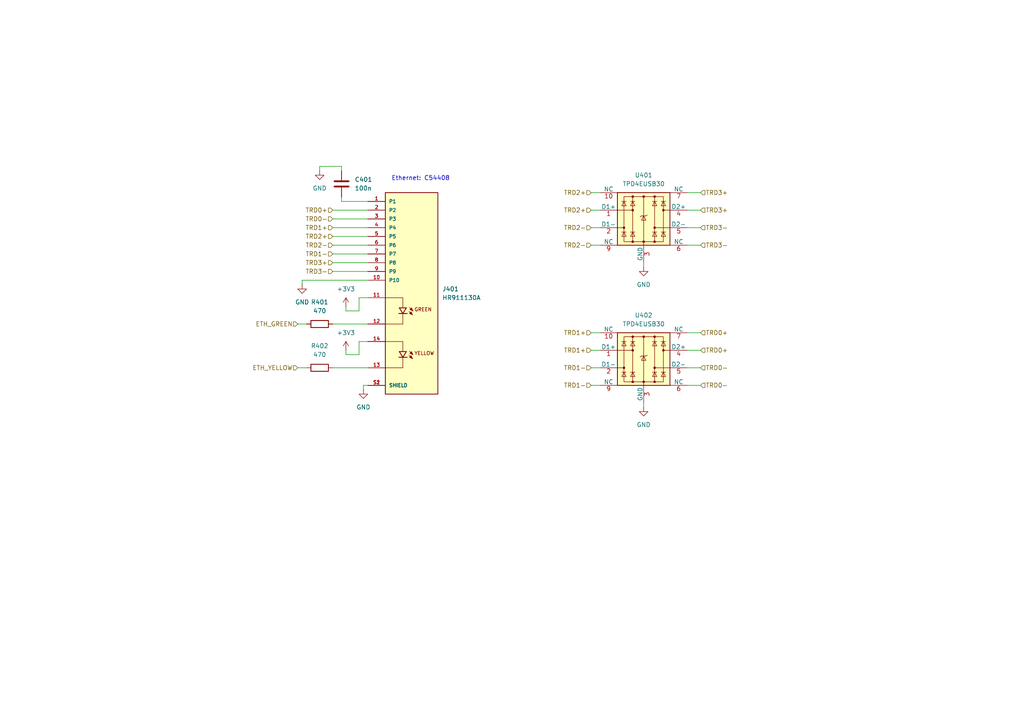
<source format=kicad_sch>
(kicad_sch (version 20231120) (generator "eeschema") (generator_version "8.0")
  (paper "A4")
  (title_block (title "Ethernet Port for CM4") (rev "<<HASH>>") (company "Amateurfunkclub für Remote Stationen"))
  (lib_symbols
    (symbol "Device:C" (pin_numbers hide) (pin_names (offset 0.254))
      (property "Reference" "C" (at 0.635 2.54 0))
      (property "Value" "C" (at 0.635 -2.54 0))
      (symbol "C_0_1"
        (polyline (pts (xy -2.032 -0.762) (xy 2.032 -0.762)) (stroke (width 0.508)))
        (polyline (pts (xy -2.032 0.762) (xy 2.032 0.762)) (stroke (width 0.508)))
      )
      (symbol "C_1_1"
        (pin passive line (at 0 3.81 270) (length 2.794) (name "~") (number "1"))
        (pin passive line (at 0 -3.81 90) (length 2.794) (name "~") (number "2"))
      )
    )
    (symbol "Device:R" (pin_numbers hide) (pin_names (offset 0))
      (property "Reference" "R" (at 2.032 0 90))
      (property "Value" "R" (at 0 0 90))
      (symbol "R_0_1"
        (rectangle (start -1.016 -2.54) (end 1.016 2.54) (stroke (width 0.254)))
      )
      (symbol "R_1_1"
        (pin passive line (at 0 3.81 270) (length 1.27) (name "~") (number "1"))
        (pin passive line (at 0 -3.81 90) (length 1.27) (name "~") (number "2"))
      )
    )
    (symbol "HR911130A:HR911130A" (pin_names (offset 1.016))
      (property "Reference" "J" (at -7.62 29.21 0))
      (property "Value" "HR911130A" (at -7.62 -31.75 0))
      (symbol "HR911130A_0_0"
        (rectangle (start -7.62 -30.48) (end 7.62 27.94) (stroke (width 0.254)) (fill (type background)))
        (polyline (pts (xy -7.62 -15.24) (xy -2.54 -15.24)) (stroke (width 0.1524)))
        (polyline (pts (xy -7.62 -2.54) (xy -2.54 -2.54)) (stroke (width 0.1524)))
        (polyline (pts (xy -3.683 -19.812) (xy -2.54 -19.812)) (stroke (width 0.254)))
        (polyline (pts (xy -3.683 -7.112) (xy -2.54 -7.112)) (stroke (width 0.254)))
        (polyline (pts (xy -3.556 -18.161) (xy -2.54 -19.812)) (stroke (width 0.254)))
        (polyline (pts (xy -3.556 -18.161) (xy -1.524 -18.161)) (stroke (width 0.254)))
        (polyline (pts (xy -3.556 -5.461) (xy -2.54 -7.112)) (stroke (width 0.254)))
        (polyline (pts (xy -3.556 -5.461) (xy -1.524 -5.461)) (stroke (width 0.254)))
        (polyline (pts (xy -2.54 -22.86) (xy -7.62 -22.86)) (stroke (width 0.1524)))
        (polyline (pts (xy -2.54 -19.939) (xy -2.54 -22.86)) (stroke (width 0.1524)))
        (polyline (pts (xy -2.54 -19.812) (xy -1.524 -18.161)) (stroke (width 0.254)))
        (polyline (pts (xy -2.54 -19.812) (xy -1.27 -19.812)) (stroke (width 0.254)))
        (polyline (pts (xy -2.54 -15.24) (xy -2.54 -18.034)) (stroke (width 0.1524)))
        (polyline (pts (xy -2.54 -10.16) (xy -7.62 -10.16)) (stroke (width 0.1524)))
        (polyline (pts (xy -2.54 -7.239) (xy -2.54 -10.16)) (stroke (width 0.1524)))
        (polyline (pts (xy -2.54 -7.112) (xy -1.524 -5.461)) (stroke (width 0.254)))
        (polyline (pts (xy -2.54 -7.112) (xy -1.27 -7.112)) (stroke (width 0.254)))
        (polyline (pts (xy -2.54 -2.54) (xy -2.54 -5.334)) (stroke (width 0.1524)))
        (polyline (pts (xy -0.762 -19.177) (xy 0.254 -20.193)) (stroke (width 0.1524)))
        (polyline (pts (xy -0.762 -6.477) (xy 0.254 -7.493)) (stroke (width 0.1524)))
        (polyline (pts (xy -0.635 -18.034) (xy 0.381 -19.05)) (stroke (width 0.1524)))
        (polyline (pts (xy -0.635 -5.334) (xy 0.381 -6.35)) (stroke (width 0.1524)))
        (polyline (pts (xy 0.254 -20.193) (xy -0.127 -19.304) (xy -0.635 -19.812) (xy 0.254 -20.193)) (stroke (width 0.1524)) (fill (type outline)))
        (polyline (pts (xy 0.254 -7.493) (xy -0.127 -6.604) (xy -0.635 -7.112) (xy 0.254 -7.493)) (stroke (width 0.1524)) (fill (type outline)))
        (polyline (pts (xy 0.381 -19.05) (xy 0 -18.161) (xy -0.508 -18.669) (xy 0.381 -19.05)) (stroke (width 0.1524)) (fill (type outline)))
        (polyline (pts (xy 0.381 -6.35) (xy 0 -5.461) (xy -0.508 -5.969) (xy 0.381 -6.35)) (stroke (width 0.1524)) (fill (type outline)))
        (text "GREEN" (at 0.762 -5.334 0) (effects (font (size 1.016 1.016)) (justify left top)))
        (text "YELLOW" (at 0.762 -18.034 0) (effects (font (size 1.016 1.016)) (justify left top)))
        (pin passive line (at -12.7 25.4 0) (length 5.08) (name "P1") (number "1"))
        (pin passive line (at -12.7 2.54 0) (length 5.08) (name "P10") (number "10"))
        (pin passive line (at -12.7 -2.54 0) (length 5.08) (name "~") (number "11"))
        (pin passive line (at -12.7 -10.16 0) (length 5.08) (name "~") (number "12"))
        (pin passive line (at -12.7 -22.86 0) (length 5.08) (name "~") (number "13"))
        (pin passive line (at -12.7 -15.24 0) (length 5.08) (name "~") (number "14"))
        (pin passive line (at -12.7 22.86 0) (length 5.08) (name "P2") (number "2"))
        (pin passive line (at -12.7 20.32 0) (length 5.08) (name "P3") (number "3"))
        (pin passive line (at -12.7 17.78 0) (length 5.08) (name "P4") (number "4"))
        (pin passive line (at -12.7 15.24 0) (length 5.08) (name "P5") (number "5"))
        (pin passive line (at -12.7 12.7 0) (length 5.08) (name "P6") (number "6"))
        (pin passive line (at -12.7 10.16 0) (length 5.08) (name "P7") (number "7"))
        (pin passive line (at -12.7 7.62 0) (length 5.08) (name "P8") (number "8"))
        (pin passive line (at -12.7 5.08 0) (length 5.08) (name "P9") (number "9"))
        (pin passive line (at -12.7 -27.94 0) (length 5.08) (name "SHIELD") (number "S1"))
        (pin passive line (at -12.7 -27.94 0) (length 5.08) (name "SHIELD") (number "S2"))
      )
    )
    (symbol "Power_Protection:TPD4EUSB30" (pin_names (offset 0))
      (property "Reference" "U" (at -0.635 8.89 0))
      (property "Value" "TPD4EUSB30" (at 8.89 -10.16 0))
      (symbol "TPD4EUSB30_0_0"
        (rectangle (start -5.715 6.477) (end 5.715 -6.604))
        (polyline (pts (xy -3.175 -6.604) (xy -3.175 6.477)))
        (polyline (pts (xy 0 6.477) (xy 0 -6.604)))
        (polyline (pts (xy 3.175 6.477) (xy 3.175 -6.604)))
      )
      (symbol "TPD4EUSB30_0_1"
        (rectangle (start -7.62 7.62) (end 7.62 -7.62) (stroke (width 0.254)) (fill (type background)))
        (circle (center -5.715 -2.54) (radius 0.2794) (fill (type outline)))
        (circle (center -3.175 -6.604) (radius 0.2794) (fill (type outline)))
        (circle (center -3.175 2.54) (radius 0.2794) (fill (type outline)))
        (circle (center -3.175 6.477) (radius 0.2794) (fill (type outline)))
        (circle (center 0 -6.604) (radius 0.2794) (fill (type outline)))
        (polyline (pts (xy -7.747 2.54) (xy -3.175 2.54)))
        (polyline (pts (xy -7.62 -2.54) (xy -5.715 -2.54)))
        (polyline (pts (xy -5.08 -3.81) (xy -6.35 -3.81)))
        (polyline (pts (xy -5.08 5.08) (xy -6.35 5.08)))
        (polyline (pts (xy -2.54 -3.81) (xy -3.81 -3.81)))
        (polyline (pts (xy -2.54 5.08) (xy -3.81 5.08)))
        (polyline (pts (xy -0.635 0.889) (xy -1.016 0.635)))
        (polyline (pts (xy 0 -6.604) (xy 0 -7.62)))
        (polyline (pts (xy 0.635 0.889) (xy -0.635 0.889)))
        (polyline (pts (xy 0.635 0.889) (xy 1.016 1.143)))
        (polyline (pts (xy 3.81 -3.81) (xy 2.54 -3.81)))
        (polyline (pts (xy 3.81 5.08) (xy 2.54 5.08)))
        (polyline (pts (xy 6.35 -3.81) (xy 5.08 -3.81)))
        (polyline (pts (xy 6.35 5.08) (xy 5.08 5.08)))
        (polyline (pts (xy 7.62 -2.54) (xy 3.175 -2.54)))
        (polyline (pts (xy 7.62 2.54) (xy 5.715 2.54)))
        (polyline (pts (xy -5.08 -5.08) (xy -6.35 -5.08) (xy -5.715 -3.81) (xy -5.08 -5.08)))
        (polyline (pts (xy -5.08 3.81) (xy -6.35 3.81) (xy -5.715 5.08) (xy -5.08 3.81)))
        (polyline (pts (xy -2.54 -5.08) (xy -3.81 -5.08) (xy -3.175 -3.81) (xy -2.54 -5.08)))
        (polyline (pts (xy -2.54 3.81) (xy -3.81 3.81) (xy -3.175 5.08) (xy -2.54 3.81)))
        (polyline (pts (xy 0.635 -0.381) (xy -0.635 -0.381) (xy 0 0.889) (xy 0.635 -0.381)))
        (polyline (pts (xy 3.81 -5.08) (xy 2.54 -5.08) (xy 3.175 -3.81) (xy 3.81 -5.08)))
        (polyline (pts (xy 3.81 3.81) (xy 2.54 3.81) (xy 3.175 5.08) (xy 3.81 3.81)))
        (polyline (pts (xy 6.35 -5.08) (xy 5.08 -5.08) (xy 5.715 -3.81) (xy 6.35 -5.08)))
        (polyline (pts (xy 6.35 3.81) (xy 5.08 3.81) (xy 5.715 5.08) (xy 6.35 3.81)))
        (circle (center 0 6.477) (radius 0.2794) (fill (type outline)))
        (circle (center 3.175 -6.604) (radius 0.2794) (fill (type outline)))
        (circle (center 3.175 -2.54) (radius 0.2794) (fill (type outline)))
        (circle (center 3.175 6.477) (radius 0.2794) (fill (type outline)))
        (circle (center 5.715 2.54) (radius 0.2794) (fill (type outline)))
      )
      (symbol "TPD4EUSB30_1_1"
        (pin passive line (at -12.7 2.54 0) (length 5.08) (name "D1+") (number "1"))
        (pin free line (at -12.7 7.62 0) (length 5.08) (name "NC") (number "10"))
        (pin passive line (at -12.7 -2.54 0) (length 5.08) (name "D1-") (number "2"))
        (pin power_in line (at 0 -12.7 90) (length 5.08) (name "GND") (number "3"))
        (pin passive line (at 12.7 2.54 180) (length 5.08) (name "D2+") (number "4"))
        (pin passive line (at 12.7 -2.54 180) (length 5.08) (name "D2-") (number "5"))
        (pin free line (at 12.7 -7.62 180) (length 5.08) (name "NC") (number "6"))
        (pin free line (at 12.7 7.62 180) (length 5.08) (name "NC") (number "7"))
        (pin passive line (at 0 -12.7 90) (length 5.08) hide (name "GND") (number "8"))
        (pin free line (at -12.7 -7.62 0) (length 5.08) (name "NC") (number "9"))
      )
    )
    (symbol "power:+3V3" (power) (pin_numbers hide) (pin_names (offset 0) hide)
      (property "Value" "+3V3" (at 0 3.556 0))
      (symbol "+3V3_0_1"
        (polyline (pts (xy -0.762 1.27) (xy 0 2.54)))
        (polyline (pts (xy 0 0) (xy 0 2.54)))
        (polyline (pts (xy 0 2.54) (xy 0.762 1.27)))
      )
      (symbol "+3V3_1_1"
        (pin power_in line (at 0 0 90) (length 0) (name "~") (number "1"))
      )
    )
    (symbol "power:GND" (power) (pin_numbers hide) (pin_names (offset 0) hide)
      (property "Value" "GND" (at 0 -3.81 0))
      (symbol "GND_0_1"
        (polyline (pts (xy 0 0) (xy 0 -1.27) (xy 1.27 -1.27) (xy 0 -2.54) (xy -1.27 -1.27) (xy 0 -1.27)))
      )
      (symbol "GND_1_1"
        (pin power_in line (at 0 0 270) (length 0) (name "~") (number "1"))
      )
    )
  )
  (wire (pts (xy 87.63 81.28) (xy 87.63 82.55)))
  (wire (pts (xy 171.45 71.12) (xy 173.99 71.12)))
  (wire (pts (xy 199.39 71.12) (xy 203.2 71.12)))
  (wire (pts (xy 100.33 88.9) (xy 100.33 90.17)))
  (wire (pts (xy 199.39 111.76) (xy 203.2 111.76)))
  (wire (pts (xy 106.68 86.36) (xy 104.14 86.36)))
  (wire (pts (xy 186.69 76.2) (xy 186.69 77.47)))
  (wire (pts (xy 104.14 86.36) (xy 104.14 90.17)))
  (wire (pts (xy 96.52 76.2) (xy 106.68 76.2)))
  (wire (pts (xy 106.68 81.28) (xy 87.63 81.28)))
  (wire (pts (xy 171.45 111.76) (xy 173.99 111.76)))
  (wire (pts (xy 96.52 60.96) (xy 106.68 60.96)))
  (wire (pts (xy 99.06 58.42) (xy 99.06 57.15)))
  (wire (pts (xy 99.06 48.26) (xy 92.71 48.26)))
  (wire (pts (xy 96.52 106.68) (xy 106.68 106.68)))
  (wire (pts (xy 171.45 106.68) (xy 173.99 106.68)))
  (wire (pts (xy 96.52 71.12) (xy 106.68 71.12)))
  (wire (pts (xy 104.14 99.06) (xy 104.14 102.87)))
  (wire (pts (xy 105.41 111.76) (xy 105.41 113.03)))
  (wire (pts (xy 171.45 66.04) (xy 173.99 66.04)))
  (wire (pts (xy 186.69 116.84) (xy 186.69 118.11)))
  (wire (pts (xy 100.33 101.6) (xy 100.33 102.87)))
  (wire (pts (xy 96.52 73.66) (xy 106.68 73.66)))
  (wire (pts (xy 106.68 58.42) (xy 99.06 58.42)))
  (wire (pts (xy 171.45 60.96) (xy 173.99 60.96)))
  (wire (pts (xy 92.71 48.26) (xy 92.71 49.53)))
  (wire (pts (xy 199.39 96.52) (xy 203.2 96.52)))
  (wire (pts (xy 106.68 99.06) (xy 104.14 99.06)))
  (wire (pts (xy 104.14 90.17) (xy 100.33 90.17)))
  (wire (pts (xy 171.45 96.52) (xy 173.99 96.52)))
  (wire (pts (xy 106.68 111.76) (xy 105.41 111.76)))
  (wire (pts (xy 96.52 68.58) (xy 106.68 68.58)))
  (wire (pts (xy 96.52 93.98) (xy 106.68 93.98)))
  (wire (pts (xy 86.36 106.68) (xy 88.9 106.68)))
  (wire (pts (xy 99.06 49.53) (xy 99.06 48.26)))
  (wire (pts (xy 96.52 78.74) (xy 106.68 78.74)))
  (wire (pts (xy 104.14 102.87) (xy 100.33 102.87)))
  (wire (pts (xy 199.39 106.68) (xy 203.2 106.68)))
  (wire (pts (xy 199.39 55.88) (xy 203.2 55.88)))
  (wire (pts (xy 171.45 55.88) (xy 173.99 55.88)))
  (wire (pts (xy 171.45 101.6) (xy 173.99 101.6)))
  (wire (pts (xy 199.39 66.04) (xy 203.2 66.04)))
  (wire (pts (xy 96.52 66.04) (xy 106.68 66.04)))
  (wire (pts (xy 199.39 60.96) (xy 203.2 60.96)))
  (wire (pts (xy 96.52 63.5) (xy 106.68 63.5)))
  (wire (pts (xy 86.36 93.98) (xy 88.9 93.98)))
  (wire (pts (xy 199.39 101.6) (xy 203.2 101.6)))
  (text "Ethernet: C54408" (at 113.538 51.816 0) (effects (font (size 1.27 1.27)) (justify left)))
  (hierarchical_label "TRD3+" (shape input) (at 96.52 76.2 180))
  (hierarchical_label "TRD0+" (shape input) (at 203.2 101.6 0))
  (hierarchical_label "TRD3+" (shape input) (at 203.2 55.88 0))
  (hierarchical_label "TRD0+" (shape input) (at 203.2 96.52 0))
  (hierarchical_label "TRD0-" (shape input) (at 203.2 111.76 0))
  (hierarchical_label "TRD2-" (shape input) (at 171.45 66.04 180))
  (hierarchical_label "TRD1+" (shape input) (at 171.45 101.6 180))
  (hierarchical_label "TRD1+" (shape input) (at 171.45 96.52 180))
  (hierarchical_label "TRD2+" (shape input) (at 171.45 60.96 180))
  (hierarchical_label "TRD0+" (shape input) (at 96.52 60.96 180))
  (hierarchical_label "TRD1+" (shape input) (at 96.52 66.04 180))
  (hierarchical_label "TRD2-" (shape input) (at 171.45 71.12 180))
  (hierarchical_label "TRD1-" (shape input) (at 171.45 111.76 180))
  (hierarchical_label "TRD1-" (shape input) (at 171.45 106.68 180))
  (hierarchical_label "TRD1-" (shape input) (at 96.52 73.66 180))
  (hierarchical_label "TRD0-" (shape input) (at 96.52 63.5 180))
  (hierarchical_label "TRD2+" (shape input) (at 171.45 55.88 180))
  (hierarchical_label "TRD3-" (shape input) (at 96.52 78.74 180))
  (hierarchical_label "TRD2-" (shape input) (at 96.52 71.12 180))
  (hierarchical_label "TRD0-" (shape input) (at 203.2 106.68 0))
  (hierarchical_label "TRD2+" (shape input) (at 96.52 68.58 180))
  (hierarchical_label "TRD3-" (shape input) (at 203.2 66.04 0))
  (hierarchical_label "ETH_GREEN" (shape input) (at 86.36 93.98 180))
  (hierarchical_label "TRD3-" (shape input) (at 203.2 71.12 0))
  (hierarchical_label "TRD3+" (shape input) (at 203.2 60.96 0))
  (hierarchical_label "ETH_YELLOW" (shape input) (at 86.36 106.68 180))
  (symbol (lib_id "power:+3V3") (at 100.33 101.6 0) (unit 1)
    (property "Reference" "#PWR0404" (effects (hide yes)))
    (property "Value" "+3V3" (at 100.33 96.52 0))
    (property "Description" "Power symbol creates a global label with name \"+3V3\"" (effects (hide yes)))
  )
  (symbol (lib_id "Power_Protection:TPD4EUSB30") (at 186.69 104.14 0) (unit 1)
    (property "Reference" "U402" (at 186.69 91.44 0))
    (property "Value" "TPD4EUSB30" (at 186.69 93.98 0))
    (property "Footprint" "Package_SON:USON-10_2.5x1.0mm_P0.5mm" (effects (hide yes)))
    (property "Datasheet" "http://www.ti.com/lit/ds/symlink/tpd2eusb30a.pdf" (effects (hide yes)))
    (property "Description" "4-Channel ESD Protection for Super-Speed USB 3.0 Interface, USON-10" (effects (hide yes)))
  )
  (symbol (lib_id "Power_Protection:TPD4EUSB30") (at 186.69 63.5 0) (unit 1)
    (property "Reference" "U401" (at 186.69 50.8 0))
    (property "Value" "TPD4EUSB30" (at 186.69 53.34 0))
    (property "Footprint" "Package_SON:USON-10_2.5x1.0mm_P0.5mm" (effects (hide yes)))
    (property "Datasheet" "http://www.ti.com/lit/ds/symlink/tpd2eusb30a.pdf" (effects (hide yes)))
    (property "Description" "4-Channel ESD Protection for Super-Speed USB 3.0 Interface, USON-10" (effects (hide yes)))
  )
  (symbol (lib_id "Device:C") (at 99.06 53.34 0) (unit 1)
    (property "Reference" "C401" (at 102.87 52.0699 0) (effects (justify left)))
    (property "Value" "100n" (at 102.87 54.6099 0) (effects (justify left)))
    (property "Description" "Unpolarized capacitor" (effects (hide yes)))
  )
  (symbol (lib_id "power:GND") (at 105.41 113.03 0) (unit 1)
    (property "Reference" "#PWR0405" (effects (hide yes)))
    (property "Value" "GND" (at 105.41 118.11 0))
    (property "Description" "Power symbol creates a global label with name \"GND\" , ground" (effects (hide yes)))
  )
  (symbol (lib_id "Device:R") (at 92.71 106.68 270) (unit 1)
    (property "Reference" "R402" (at 92.71 100.33 90))
    (property "Value" "470" (at 92.71 102.87 90))
    (property "Description" "Resistor" (effects (hide yes)))
  )
  (symbol (lib_id "HR911130A:HR911130A") (at 119.38 83.82 0) (unit 1)
    (property "Reference" "J401" (at 128.27 83.8199 0) (effects (justify left)))
    (property "Value" "HR911130A" (at 128.27 86.3599 0) (effects (justify left)))
    (property "Footprint" "Connector_RJ:RJ45_Pulse_JK0654219NL_Horizontal" (effects (hide yes)))
    (property "MF" "hanrun" (effects (hide yes)))
    (property "MAXIMUM_PACKAGE_HEIGHT" "13.75 mm" (effects (hide yes)))
    (property "Package" "None" (effects (hide yes)))
    (property "Price" "None" (effects (hide yes)))
    (property "Check_prices" "https://www.snapeda.com/parts/HR911130A/HanRun/view-part/?ref=eda" (effects (hide yes)))
    (property "STANDARD" "Manufacturer Recommendations" (effects (hide yes)))
    (property "PARTREV" "A" (effects (hide yes)))
    (property "SnapEDA_Link" "https://www.snapeda.com/parts/HR911130A/HanRun/view-part/?ref=snap" (effects (hide yes)))
    (property "MP" "HR911130A" (effects (hide yes)))
    (property "Availability" "In Stock" (effects (hide yes)))
    (property "MANUFACTURER" "HanRun" (effects (hide yes)))
  )
  (symbol (lib_id "Device:R") (at 92.71 93.98 90) (unit 1)
    (property "Reference" "R401" (at 92.71 87.63 90))
    (property "Value" "470" (at 92.71 90.17 90))
    (property "Description" "Resistor" (effects (hide yes)))
  )
  (symbol (lib_id "power:GND") (at 186.69 77.47 0) (unit 1)
    (property "Reference" "#PWR0406" (effects (hide yes)))
    (property "Value" "GND" (at 186.69 82.55 0))
    (property "Description" "Power symbol creates a global label with name \"GND\" , ground" (effects (hide yes)))
  )
  (symbol (lib_id "power:GND") (at 92.71 49.53 0) (unit 1)
    (property "Reference" "#PWR0402" (effects (hide yes)))
    (property "Value" "GND" (at 92.71 54.61 0))
    (property "Description" "Power symbol creates a global label with name \"GND\" , ground" (effects (hide yes)))
  )
  (symbol (lib_id "power:+3V3") (at 100.33 88.9 0) (unit 1)
    (property "Reference" "#PWR0403" (effects (hide yes)))
    (property "Value" "+3V3" (at 100.33 83.82 0))
    (property "Description" "Power symbol creates a global label with name \"+3V3\"" (effects (hide yes)))
  )
  (symbol (lib_id "power:GND") (at 87.63 82.55 0) (unit 1)
    (property "Reference" "#PWR0401" (effects (hide yes)))
    (property "Value" "GND" (at 87.63 87.63 0))
    (property "Description" "Power symbol creates a global label with name \"GND\" , ground" (effects (hide yes)))
  )
  (symbol (lib_id "power:GND") (at 186.69 118.11 0) (unit 1)
    (property "Reference" "#PWR0407" (effects (hide yes)))
    (property "Value" "GND" (at 186.69 123.19 0))
    (property "Description" "Power symbol creates a global label with name \"GND\" , ground" (effects (hide yes)))
  )
)
</source>
